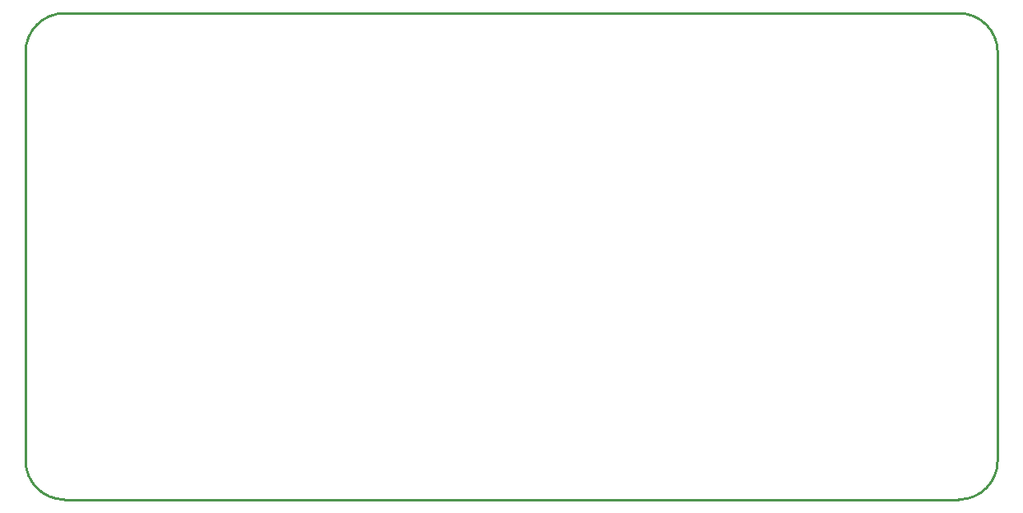
<source format=gko>
%FSLAX43Y43*%
%MOMM*%
G71*
G01*
G75*
G04 Layer_Color=16711935*
%ADD10R,1.270X0.508*%
%ADD11R,0.762X0.762*%
%ADD12R,2.160X2.500*%
%ADD13R,0.762X0.762*%
%ADD14R,2.300X0.500*%
%ADD15R,2.500X2.000*%
%ADD16R,6.200X5.800*%
%ADD17R,3.000X1.600*%
G04:AMPARAMS|DCode=18|XSize=2.5mm|YSize=1.7mm|CornerRadius=0.212mm|HoleSize=0mm|Usage=FLASHONLY|Rotation=90.000|XOffset=0mm|YOffset=0mm|HoleType=Round|Shape=RoundedRectangle|*
%AMROUNDEDRECTD18*
21,1,2.500,1.275,0,0,90.0*
21,1,2.075,1.700,0,0,90.0*
1,1,0.425,0.637,1.038*
1,1,0.425,0.637,-1.038*
1,1,0.425,-0.637,-1.038*
1,1,0.425,-0.637,1.038*
%
%ADD18ROUNDEDRECTD18*%
%ADD19R,1.524X1.524*%
%ADD20R,2.032X3.175*%
%ADD21R,1.000X1.000*%
%ADD22R,1.016X1.270*%
%ADD23R,3.500X2.200*%
%ADD24R,1.200X2.200*%
%ADD25R,1.100X0.600*%
%ADD26O,0.650X1.650*%
%ADD27R,5.600X2.100*%
%ADD28O,1.450X0.300*%
%ADD29O,0.300X1.450*%
%ADD30R,1.200X0.750*%
%ADD31R,1.700X2.500*%
%ADD32O,0.800X0.350*%
%ADD33R,4.400X1.900*%
%ADD34R,1.000X0.750*%
%ADD35C,0.203*%
%ADD36C,0.254*%
%ADD37C,0.406*%
%ADD38C,0.762*%
%ADD39C,0.508*%
%ADD40R,1.702X1.270*%
%ADD41R,2.667X3.302*%
%ADD42R,4.318X4.953*%
%ADD43R,2.667X15.240*%
%ADD44R,4.953X5.588*%
%ADD45R,6.604X3.556*%
%ADD46R,2.540X2.540*%
%ADD47R,1.219X0.635*%
%ADD48R,12.192X5.588*%
%ADD49R,9.119X4.715*%
%ADD50R,10.160X2.286*%
%ADD51R,4.826X5.588*%
%ADD52R,1.270X9.652*%
%ADD53R,10.262X8.890*%
%ADD54R,9.906X8.890*%
%ADD55R,1.270X13.589*%
%ADD56R,11.430X3.683*%
%ADD57R,11.836X3.683*%
%ADD58R,11.811X3.683*%
%ADD59R,1.270X11.303*%
%ADD60R,2.540X5.842*%
%ADD61R,4.064X14.732*%
%ADD62R,12.040X3.708*%
%ADD63R,2.413X8.128*%
%ADD64R,4.064X12.294*%
%ADD65R,37.160X3.708*%
%ADD66R,4.064X3.683*%
%ADD67R,2.413X3.175*%
%ADD68R,2.921X13.589*%
%ADD69R,4.826X4.064*%
%ADD70R,2.921X21.234*%
%ADD71R,0.889X0.762*%
%ADD72R,3.048X3.556*%
%ADD73R,5.461X3.302*%
%ADD74R,9.271X8.001*%
%ADD75R,4.953X8.890*%
%ADD76R,1.803X17.018*%
%ADD77C,6.500*%
%ADD78R,1.778X1.778*%
%ADD79C,1.778*%
%ADD80R,2.200X2.200*%
%ADD81C,2.200*%
%ADD82C,2.700*%
%ADD83R,2.700X2.700*%
%ADD84R,2.200X2.200*%
%ADD85C,0.900*%
%ADD86R,1.524X1.524*%
%ADD87C,1.524*%
%ADD88C,1.500*%
%ADD89C,0.700*%
%ADD90C,1.000*%
%ADD91C,0.500*%
%ADD92R,4.191X5.588*%
%ADD93R,6.604X3.048*%
%ADD94R,13.208X3.048*%
%ADD95R,1.270X2.794*%
%ADD96R,4.572X6.858*%
%ADD97R,2.794X17.018*%
%ADD98R,22.860X2.921*%
%ADD99R,2.921X18.796*%
%ADD100R,17.856X6.096*%
%ADD101R,6.350X12.700*%
%ADD102R,15.494X5.842*%
%ADD103C,0.250*%
%ADD104C,0.100*%
%ADD105C,0.600*%
%ADD106C,0.127*%
%ADD107C,0.025*%
%ADD108C,0.203*%
%ADD109C,0.102*%
%ADD110C,0.200*%
%ADD111C,0.152*%
%ADD112C,0.229*%
%ADD113R,0.762X0.500*%
%ADD114R,2.530X2.540*%
%ADD115R,0.500X1.000*%
%ADD116R,1.473X0.711*%
%ADD117R,0.965X0.965*%
%ADD118R,2.363X2.703*%
%ADD119R,0.965X0.965*%
%ADD120R,2.503X0.703*%
%ADD121R,2.703X2.203*%
%ADD122R,6.403X6.003*%
%ADD123R,3.203X1.803*%
G04:AMPARAMS|DCode=124|XSize=2.703mm|YSize=1.903mm|CornerRadius=0.314mm|HoleSize=0mm|Usage=FLASHONLY|Rotation=90.000|XOffset=0mm|YOffset=0mm|HoleType=Round|Shape=RoundedRectangle|*
%AMROUNDEDRECTD124*
21,1,2.703,1.275,0,0,90.0*
21,1,2.075,1.903,0,0,90.0*
1,1,0.628,0.637,1.038*
1,1,0.628,0.637,-1.038*
1,1,0.628,-0.637,-1.038*
1,1,0.628,-0.637,1.038*
%
%ADD124ROUNDEDRECTD124*%
%ADD125R,1.727X1.727*%
%ADD126R,2.235X3.378*%
%ADD127R,1.203X1.203*%
%ADD128R,1.219X1.473*%
%ADD129R,3.703X2.403*%
%ADD130R,1.403X2.403*%
%ADD131R,1.303X0.803*%
%ADD132O,0.853X1.853*%
%ADD133R,5.803X2.303*%
%ADD134O,1.653X0.503*%
%ADD135O,0.503X1.653*%
%ADD136R,1.403X0.953*%
%ADD137R,1.903X2.703*%
%ADD138O,1.003X0.553*%
%ADD139R,4.603X2.103*%
%ADD140R,1.203X0.953*%
%ADD141R,1.981X1.981*%
%ADD142C,1.981*%
%ADD143R,2.403X2.403*%
%ADD144C,2.403*%
%ADD145C,2.903*%
%ADD146R,2.903X2.903*%
%ADD147R,2.403X2.403*%
%ADD148R,1.727X1.727*%
%ADD149C,1.727*%
%ADD150C,1.703*%
%ADD151C,1.203*%
%ADD152C,0.703*%
D36*
X4000Y50000D02*
G03*
X0Y46000I0J-4000D01*
G01*
Y4000D02*
G03*
X4000Y0I4000J0D01*
G01*
X96000D02*
G03*
X100000Y4000I0J4000D01*
G01*
Y46000D02*
G03*
X96000Y50000I-4000J0D01*
G01*
X4000D02*
X96000D01*
X100000Y4000D02*
Y46000D01*
X4000Y0D02*
X96000D01*
X0Y4000D02*
Y46000D01*
M02*

</source>
